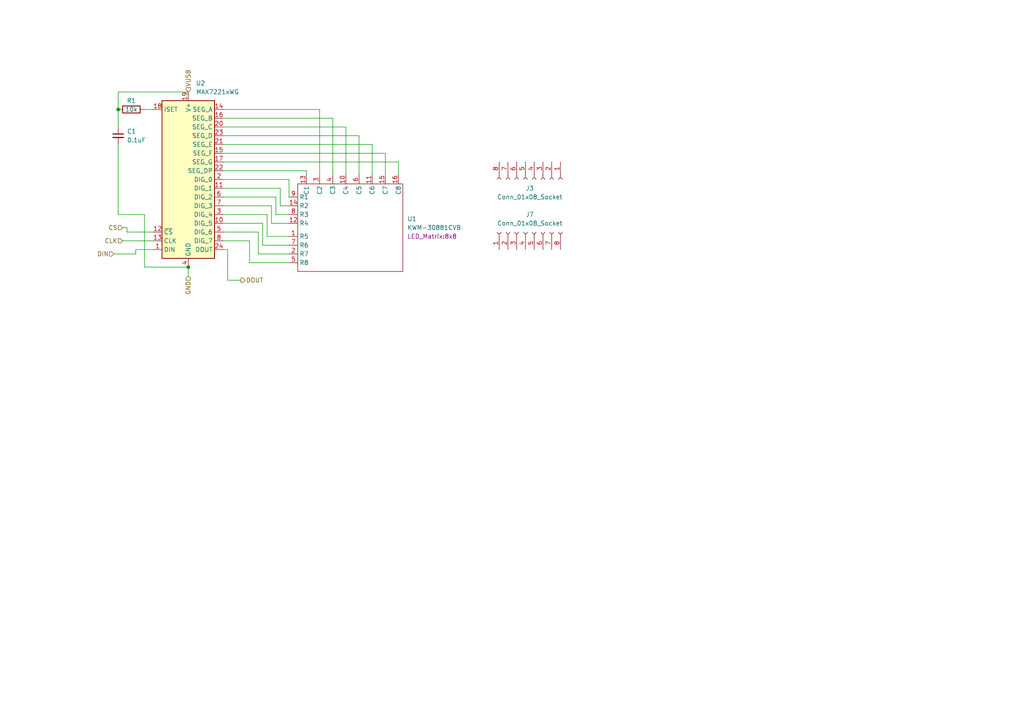
<source format=kicad_sch>
(kicad_sch (version 20230121) (generator eeschema)
  (paper "A4")
  (lib_symbols
    (symbol "Connector:Conn_01x08_Socket" (pin_names (offset 1.016) hide)
      (property "Reference" "J" (at 0 10.16 0))
      (property "Value" "Conn_01x08_Socket" (at 0 -12.7 0))
      (symbol "Conn_01x08_Socket_1_1"
        (arc (start 0 -9.652) (mid -0.5058 -10.16) (end 0 -10.668) (stroke (width 0.1524)))
        (arc (start 0 -7.112) (mid -0.5058 -7.62) (end 0 -8.128) (stroke (width 0.1524)))
        (arc (start 0 -4.572) (mid -0.5058 -5.08) (end 0 -5.588) (stroke (width 0.1524)))
        (arc (start 0 -2.032) (mid -0.5058 -2.54) (end 0 -3.048) (stroke (width 0.1524)))
        (polyline (pts (xy -1.27 -10.16) (xy -0.508 -10.16)) (stroke (width 0.1524)))
        (polyline (pts (xy -1.27 -7.62) (xy -0.508 -7.62)) (stroke (width 0.1524)))
        (polyline (pts (xy -1.27 -5.08) (xy -0.508 -5.08)) (stroke (width 0.1524)))
        (polyline (pts (xy -1.27 -2.54) (xy -0.508 -2.54)) (stroke (width 0.1524)))
        (polyline (pts (xy -1.27 0) (xy -0.508 0)) (stroke (width 0.1524)))
        (polyline (pts (xy -1.27 2.54) (xy -0.508 2.54)) (stroke (width 0.1524)))
        (polyline (pts (xy -1.27 5.08) (xy -0.508 5.08)) (stroke (width 0.1524)))
        (polyline (pts (xy -1.27 7.62) (xy -0.508 7.62)) (stroke (width 0.1524)))
        (arc (start 0 0.508) (mid -0.5058 0) (end 0 -0.508) (stroke (width 0.1524)))
        (arc (start 0 3.048) (mid -0.5058 2.54) (end 0 2.032) (stroke (width 0.1524)))
        (arc (start 0 5.588) (mid -0.5058 5.08) (end 0 4.572) (stroke (width 0.1524)))
        (arc (start 0 8.128) (mid -0.5058 7.62) (end 0 7.112) (stroke (width 0.1524)))
        (pin passive line (at -5.08 7.62 0) (length 3.81) (name "Pin_1") (number "1"))
        (pin passive line (at -5.08 5.08 0) (length 3.81) (name "Pin_2") (number "2"))
        (pin passive line (at -5.08 2.54 0) (length 3.81) (name "Pin_3") (number "3"))
        (pin passive line (at -5.08 0 0) (length 3.81) (name "Pin_4") (number "4"))
        (pin passive line (at -5.08 -2.54 0) (length 3.81) (name "Pin_5") (number "5"))
        (pin passive line (at -5.08 -5.08 0) (length 3.81) (name "Pin_6") (number "6"))
        (pin passive line (at -5.08 -7.62 0) (length 3.81) (name "Pin_7") (number "7"))
        (pin passive line (at -5.08 -10.16 0) (length 3.81) (name "Pin_8") (number "8"))
      )
    )
    (symbol "Device:C_Small" (pin_numbers hide) (pin_names (offset 0.254) hide)
      (property "Reference" "C" (at 0.254 1.778 0))
      (property "Value" "C_Small" (at 0.254 -2.032 0))
      (symbol "C_Small_0_1"
        (polyline (pts (xy -1.524 -0.508) (xy 1.524 -0.508)) (stroke (width 0.3302)))
        (polyline (pts (xy -1.524 0.508) (xy 1.524 0.508)) (stroke (width 0.3048)))
      )
      (symbol "C_Small_1_1"
        (pin passive line (at 0 2.54 270) (length 2.032) (name "~") (number "1"))
        (pin passive line (at 0 -2.54 90) (length 2.032) (name "~") (number "2"))
      )
    )
    (symbol "Device:R" (pin_numbers hide) (pin_names (offset 0))
      (property "Reference" "R" (at 2.032 0 90))
      (property "Value" "R" (at 0 0 90))
      (symbol "R_0_1"
        (rectangle (start -1.016 -2.54) (end 1.016 2.54) (stroke (width 0.254)))
      )
      (symbol "R_1_1"
        (pin passive line (at 0 3.81 270) (length 1.27) (name "~") (number "1"))
        (pin passive line (at 0 -3.81 90) (length 1.27) (name "~") (number "2"))
      )
    )
    (symbol "Driver_LED:MAX7221xWG"
      (property "Reference" "U" (at -6.35 24.13 0))
      (property "Value" "MAX7221xWG" (at 1.27 25.4 0))
      (symbol "MAX7221xWG_0_1"
        (rectangle (start -7.62 22.86) (end 7.62 -22.86) (stroke (width 0.254)) (fill (type background)))
      )
      (symbol "MAX7221xWG_1_1"
        (pin input line (at -10.16 -20.32 0) (length 2.54) (name "DIN") (number "1"))
        (pin open_collector line (at 10.16 -12.7 180) (length 2.54) (name "DIG_5") (number "10"))
        (pin open_collector line (at 10.16 -2.54 180) (length 2.54) (name "DIG_1") (number "11"))
        (pin input line (at -10.16 -15.24 0) (length 2.54) (name "~{CS}") (number "12"))
        (pin input line (at -10.16 -17.78 0) (length 2.54) (name "CLK") (number "13"))
        (pin open_emitter line (at 10.16 20.32 180) (length 2.54) (name "SEG_A") (number "14"))
        (pin open_emitter line (at 10.16 7.62 180) (length 2.54) (name "SEG_F") (number "15"))
        (pin open_emitter line (at 10.16 17.78 180) (length 2.54) (name "SEG_B") (number "16"))
        (pin open_emitter line (at 10.16 5.08 180) (length 2.54) (name "SEG_G") (number "17"))
        (pin input line (at -10.16 20.32 0) (length 2.54) (name "ISET") (number "18"))
        (pin power_in line (at 0 25.4 270) (length 2.54) (name "V+") (number "19"))
        (pin open_collector line (at 10.16 0 180) (length 2.54) (name "DIG_0") (number "2"))
        (pin open_emitter line (at 10.16 15.24 180) (length 2.54) (name "SEG_C") (number "20"))
        (pin open_emitter line (at 10.16 10.16 180) (length 2.54) (name "SEG_E") (number "21"))
        (pin open_emitter line (at 10.16 2.54 180) (length 2.54) (name "SEG_DP") (number "22"))
        (pin open_emitter line (at 10.16 12.7 180) (length 2.54) (name "SEG_D") (number "23"))
        (pin output line (at 10.16 -20.32 180) (length 2.54) (name "DOUT") (number "24"))
        (pin open_collector line (at 10.16 -10.16 180) (length 2.54) (name "DIG_4") (number "3"))
        (pin power_in line (at 0 -25.4 90) (length 2.54) (name "GND") (number "4"))
        (pin open_collector line (at 10.16 -15.24 180) (length 2.54) (name "DIG_6") (number "5"))
        (pin open_collector line (at 10.16 -5.08 180) (length 2.54) (name "DIG_2") (number "6"))
        (pin open_collector line (at 10.16 -7.62 180) (length 2.54) (name "DIG_3") (number "7"))
        (pin open_collector line (at 10.16 -17.78 180) (length 2.54) (name "DIG_7") (number "8"))
        (pin passive line (at 0 -25.4 90) (length 2.54) hide (name "GND") (number "9"))
      )
    )
    (symbol "LED_Matrix:8x8"
      (property "Reference" "U" (at 15.24 -13.97 0))
      (property "Value" "KWM-30881CVB" (at 0 0 0))
      (property "Footprint" "LED_Matrix:8x8" (at 0 0 0))
      (symbol "8x8_0_1"
        (rectangle (start 0 0) (end 30.48 -25.4))
      )
      (symbol "8x8_1_1"
        (pin input line (at -2.54 -15.24 0) (length 2.54) (name "R5") (number "1"))
        (pin input line (at 13.97 2.54 270) (length 2.54) (name "C4") (number "10"))
        (pin input line (at 21.59 2.54 270) (length 2.54) (name "C6") (number "11"))
        (pin input line (at -2.54 -11.43 0) (length 2.54) (name "R4") (number "12"))
        (pin input line (at 2.54 2.54 270) (length 2.54) (name "C1") (number "13"))
        (pin input line (at -2.54 -6.35 0) (length 2.54) (name "R2") (number "14"))
        (pin input line (at 25.4 2.54 270) (length 2.54) (name "C7") (number "15"))
        (pin input line (at 29.21 2.54 270) (length 2.54) (name "C8") (number "16"))
        (pin input line (at -2.54 -20.32 0) (length 2.54) (name "R7") (number "2"))
        (pin input line (at 6.35 2.54 270) (length 2.54) (name "C2") (number "3"))
        (pin input line (at 10.16 2.54 270) (length 2.54) (name "C3") (number "4"))
        (pin input line (at -2.54 -22.86 0) (length 2.54) (name "R8") (number "5"))
        (pin input line (at 17.78 2.54 270) (length 2.54) (name "C5") (number "6"))
        (pin input line (at -2.54 -17.78 0) (length 2.54) (name "R6") (number "7"))
        (pin input line (at -2.54 -8.89 0) (length 2.54) (name "R3") (number "8"))
        (pin input line (at -2.54 -3.81 0) (length 2.54) (name "R1") (number "9"))
      )
    )
  )
  (junction (at 54.61 77.47))
  (junction (at 34.29 31.75))
  (wire (pts (xy 35.56 69.85) (xy 44.45 69.85)))
  (wire (pts (xy 74.93 73.66) (xy 83.82 73.66)))
  (wire (pts (xy 64.77 67.31) (xy 74.93 67.31)))
  (wire (pts (xy 39.37 72.39) (xy 39.37 73.66)))
  (wire (pts (xy 83.82 52.07) (xy 83.82 57.15)))
  (wire (pts (xy 100.33 36.83) (xy 64.77 36.83)))
  (wire (pts (xy 44.45 72.39) (xy 39.37 72.39)))
  (wire (pts (xy 34.29 41.91) (xy 34.29 62.23)))
  (wire (pts (xy 64.77 72.39) (xy 66.04 72.39)))
  (wire (pts (xy 34.29 62.23) (xy 41.91 62.23)))
  (wire (pts (xy 78.74 64.77) (xy 83.82 64.77)))
  (wire (pts (xy 76.2 71.12) (xy 83.82 71.12)))
  (wire (pts (xy 72.39 69.85) (xy 72.39 76.2)))
  (wire (pts (xy 104.14 50.8) (xy 104.14 39.37)))
  (wire (pts (xy 41.91 31.75) (xy 44.45 31.75)))
  (wire (pts (xy 77.47 62.23) (xy 77.47 68.58)))
  (wire (pts (xy 33.02 73.66) (xy 39.37 73.66)))
  (wire (pts (xy 64.77 57.15) (xy 80.01 57.15)))
  (wire (pts (xy 107.95 41.91) (xy 64.77 41.91)))
  (wire (pts (xy 64.77 59.69) (xy 78.74 59.69)))
  (wire (pts (xy 80.01 57.15) (xy 80.01 62.23)))
  (wire (pts (xy 64.77 52.07) (xy 83.82 52.07)))
  (wire (pts (xy 115.57 46.99) (xy 115.57 50.8)))
  (wire (pts (xy 111.76 44.45) (xy 64.77 44.45)))
  (wire (pts (xy 78.74 59.69) (xy 78.74 64.77)))
  (wire (pts (xy 64.77 34.29) (xy 96.52 34.29)))
  (wire (pts (xy 66.04 81.28) (xy 66.04 72.39)))
  (wire (pts (xy 80.01 62.23) (xy 83.82 62.23)))
  (wire (pts (xy 74.93 67.31) (xy 74.93 73.66)))
  (wire (pts (xy 41.91 77.47) (xy 54.61 77.47)))
  (wire (pts (xy 81.28 54.61) (xy 81.28 59.69)))
  (wire (pts (xy 64.77 62.23) (xy 77.47 62.23)))
  (wire (pts (xy 100.33 50.8) (xy 100.33 36.83)))
  (wire (pts (xy 66.04 81.28) (xy 69.85 81.28)))
  (wire (pts (xy 76.2 64.77) (xy 76.2 71.12)))
  (wire (pts (xy 64.77 69.85) (xy 72.39 69.85)))
  (wire (pts (xy 36.83 66.04) (xy 35.56 66.04)))
  (wire (pts (xy 44.45 67.31) (xy 36.83 67.31)))
  (wire (pts (xy 81.28 59.69) (xy 83.82 59.69)))
  (wire (pts (xy 92.71 31.75) (xy 64.77 31.75)))
  (wire (pts (xy 64.77 49.53) (xy 88.9 49.53)))
  (wire (pts (xy 72.39 76.2) (xy 83.82 76.2)))
  (wire (pts (xy 104.14 39.37) (xy 64.77 39.37)))
  (wire (pts (xy 96.52 34.29) (xy 96.52 50.8)))
  (wire (pts (xy 34.29 31.75) (xy 34.29 26.67)))
  (wire (pts (xy 64.77 64.77) (xy 76.2 64.77)))
  (wire (pts (xy 54.61 77.47) (xy 54.61 80.01)))
  (wire (pts (xy 115.57 46.99) (xy 64.77 46.99)))
  (wire (pts (xy 64.77 54.61) (xy 81.28 54.61)))
  (wire (pts (xy 88.9 49.53) (xy 88.9 50.8)))
  (wire (pts (xy 34.29 31.75) (xy 34.29 36.83)))
  (wire (pts (xy 41.91 62.23) (xy 41.91 77.47)))
  (wire (pts (xy 34.29 26.67) (xy 54.61 26.67)))
  (wire (pts (xy 77.47 68.58) (xy 83.82 68.58)))
  (wire (pts (xy 107.95 50.8) (xy 107.95 41.91)))
  (wire (pts (xy 36.83 67.31) (xy 36.83 66.04)))
  (wire (pts (xy 111.76 50.8) (xy 111.76 44.45)))
  (wire (pts (xy 92.71 50.8) (xy 92.71 31.75)))
  (hierarchical_label "VUSB" (shape input) (at 54.61 26.67 90))
  (hierarchical_label "DOUT" (shape output) (at 69.85 81.28 0))
  (hierarchical_label "GND" (shape input) (at 54.61 80.01 270))
  (hierarchical_label "DIN" (shape input) (at 33.02 73.66 180))
  (hierarchical_label "CS" (shape input) (at 35.56 66.04 180))
  (hierarchical_label "CLK" (shape input) (at 35.56 69.85 180))
  (symbol (lib_id "Driver_LED:MAX7221xWG") (at 54.61 52.07 0) (unit 1)
    (property "Reference" "U2" (at 56.8041 24.13 0) (effects (justify left)))
    (property "Value" "MAX7221xWG" (at 56.8041 26.67 0) (effects (justify left)))
    (property "Footprint" "Package_SO:SOIC-24W_7.5x15.4mm_P1.27mm" (effects hide))
    (property "Datasheet" "https://datasheets.maximintegrated.com/en/ds/MAX7219-MAX7221.pdf" (effects hide))
    (instances (project "Max7219_FC16" (path "" (reference "U2") (unit 1)) (path "" (reference "U3") (unit 1)) (path "" (reference "U1") (unit 1)) (path "" (reference "U5") (unit 1)) (path "" (reference "U7") (unit 1))))
  )
  (symbol (lib_id "Connector:Conn_01x08_Socket") (at 154.94 52.07 270) (unit 1)
    (property "Reference" "J3" (at 153.67 54.61 90))
    (property "Value" "Conn_01x08_Socket" (at 153.67 57.15 90))
    (property "Footprint" "Connector_PinSocket_2.54mm:PinSocket_1x08_P2.54mm_Vertical" (effects hide))
    (instances (project "Max7219_FC16" (path "" (reference "J3") (unit 1)) (path "" (reference "J4") (unit 1)) (path "" (reference "J5") (unit 1)) (path "" (reference "J6") (unit 1))))
  )
  (symbol (lib_id "Device:R") (at 38.1 31.75 90) (unit 1)
    (property "Reference" "R1" (at 38.1 29.21 90))
    (property "Value" "10k" (at 38.1 31.75 90))
    (property "Footprint" "Resistor_SMD:R_0402_1005Metric" (effects hide))
    (instances (project "Max7219_FC16" (path "" (reference "R1") (unit 1)) (path "" (reference "R2") (unit 1)) (path "" (reference "R3") (unit 1)) (path "" (reference "R4") (unit 1))))
  )
  (symbol (lib_id "Connector:Conn_01x08_Socket") (at 152.4 67.31 90) (unit 1)
    (property "Reference" "J7" (at 153.67 62.23 90))
    (property "Value" "Conn_01x08_Socket" (at 153.67 64.77 90))
    (property "Footprint" "Connector_PinSocket_2.54mm:PinSocket_1x08_P2.54mm_Vertical" (effects hide))
    (instances (project "Max7219_FC16" (path "" (reference "J7") (unit 1)) (path "" (reference "J8") (unit 1)) (path "" (reference "J9") (unit 1)) (path "" (reference "J10") (unit 1))))
  )
  (symbol (lib_id "Device:C_Small") (at 34.29 39.37 0) (unit 1)
    (property "Reference" "C1" (at 36.83 38.1063 0) (effects (justify left)))
    (property "Value" "0.1uF" (at 36.83 40.6463 0) (effects (justify left)))
    (property "Footprint" "Capacitor_SMD:C_0402_1005Metric" (effects hide))
    (instances (project "Max7219_FC16" (path "" (reference "C1") (unit 1)) (path "" (reference "C2") (unit 1)) (path "" (reference "C3") (unit 1)) (path "" (reference "C4") (unit 1))))
  )
  (symbol (lib_id "LED_Matrix:8x8") (at 86.36 53.34 0) (unit 1)
    (property "Reference" "U1" (at 118.11 63.486 0) (effects (justify left)))
    (property "Value" "KWM-30881CVB" (at 118.11 66.026 0) (effects (justify left)))
    (property "Footprint" "LED_Matrix:8x8" (at 118.11 68.566 0) (effects (justify left)))
    (instances (project "Max7219_FC16" (path "" (reference "U1") (unit 1)) (path "" (reference "U4") (unit 1)) (path "" (reference "U2") (unit 1)) (path "" (reference "U6") (unit 1)) (path "" (reference "U8") (unit 1))))
  )
)
</source>
